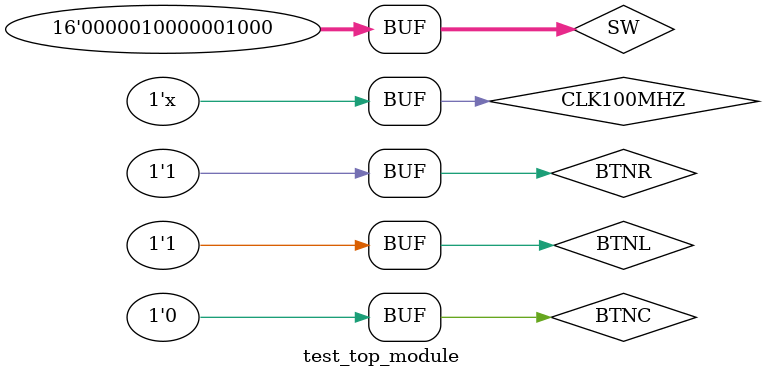
<source format=sv>
`timescale 1ns / 1ps

module test_top_module();
logic CLK100MHZ, BTNC, BTNL, BTNR;
logic [15:0] SW;
logic [7:0] AN;
logic [6:0] A2G;

initial
begin
    #0;
    CLK100MHZ = 0;
    BTNC = 1;
    #2;
    BTNC = 0;
    #2;
    BTNL = 1;
    BTNR = 1;
    #2;
    SW = 16'b00000100_00001000;
end

always
    begin
        #5;
        CLK100MHZ = ~CLK100MHZ;
    end

top_module tm
(
CLK100MHZ, BTNC, BTNL, BTNR, SW, AN, A2G
);

endmodule
</source>
